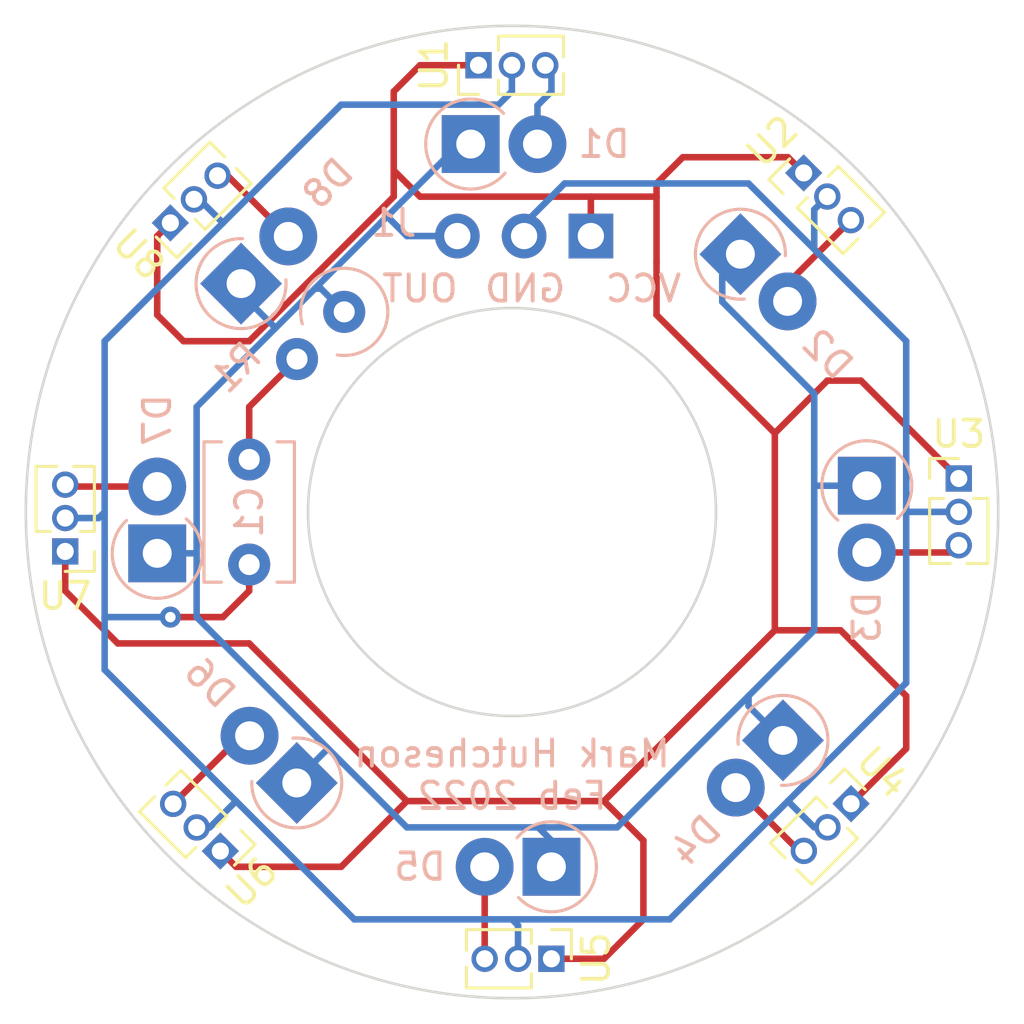
<source format=kicad_pcb>
(kicad_pcb (version 20211014) (generator pcbnew)
  (layers (0 "F.Cu" signal) (31 "B.Cu" signal) (34 "B.Paste" user) (35 "F.Paste" user) (36 "B.SilkS" user "B.Silkscreen") (37 "F.SilkS" user "F.Silkscreen") (38 "B.Mask" user) (39 "F.Mask" user) (44 "Edge.Cuts" user))
  (net 0 "")
  (net 1 "Net-(D1-Pad2)")
  (net 2 "Net-(D2-Pad2)")
  (net 3 "Net-(U3-Pad3)")
  (net 4 "Net-(D4-Pad2)")
  (net 5 "Net-(D5-Pad2)")
  (net 6 "Net-(D6-Pad2)")
  (net 7 "Net-(D7-Pad2)")
  (net 8 "Net-(U8-Pad3)")
  (net 9 "/OUT")
  (net 10 "/VCC")
  (net 11 "/GND")
  (net 12 "Net-(R1-Pad2)")
  (footprint "Connector_PinHeader_1.27mm:PinHeader_1x03_P1.27mm_Vertical" (layer "F.Cu") (at 143.725 58 90)
    (fp_text reference "U1" (at 0 -1.695 90) (layer "F.SilkS"))
    (fp_text value "SS49E")
    (fp_line (start 1.11 0.76) (end 1.11 3.235) (layer "F.SilkS") (width 0.12))
    (fp_line (start -1.11 0.76) (end -1.11 3.235) (layer "F.SilkS") (width 0.12))
    (fp_line (start -1.11 0) (end -1.11 -0.76) (layer "F.SilkS") (width 0.12))
    (fp_line (start -1.11 -0.76) (end 0 -0.76) (layer "F.SilkS") (width 0.12))
    (fp_line (start -1.11 3.235) (end -0.30753 3.235) (layer "F.SilkS") (width 0.12))
    (fp_line (start -1.11 0.76) (end -0.563471 0.76) (layer "F.SilkS") (width 0.12))
    (fp_line (start 0.30753 3.235) (end 1.11 3.235) (layer "F.SilkS") (width 0.12))
    (fp_line (start 0.563471 0.76) (end 1.11 0.76) (layer "F.SilkS") (width 0.12))
    (pad "1" thru_hole rect locked (at 0 0 90) (size 1 1) (drill 0.65) (layers *.Cu *.Mask) (net 10 "/VCC"))
    (pad "2" thru_hole oval locked (at 0 1.27 90) (size 1 1) (drill 0.65) (layers *.Cu *.Mask) (net 11 "/GND"))
    (pad "3" thru_hole oval locked (at 0 2.54 90) (size 1 1) (drill 0.65) (layers *.Cu *.Mask) (net 1 "Net-(D1-Pad2)"))
  )
  (footprint "Connector_PinHeader_1.27mm:PinHeader_1x03_P1.27mm_Vertical" (layer "F.Cu") (at 132 64 135)
    (fp_text reference "U8" (at 0 -1.695 135) (layer "F.SilkS"))
    (fp_text value "SS49E")
    (fp_line (start 1.11 0.76) (end 1.11 3.235) (layer "F.SilkS") (width 0.12))
    (fp_line (start -1.11 0) (end -1.11 -0.76) (layer "F.SilkS") (width 0.12))
    (fp_line (start 0.563471 0.76) (end 1.11 0.76) (layer "F.SilkS") (width 0.12))
    (fp_line (start -1.11 3.235) (end -0.30753 3.235) (layer "F.SilkS") (width 0.12))
    (fp_line (start -1.11 -0.76) (end 0 -0.76) (layer "F.SilkS") (width 0.12))
    (fp_line (start -1.11 0.76) (end -1.11 3.235) (layer "F.SilkS") (width 0.12))
    (fp_line (start 0.30753 3.235) (end 1.11 3.235) (layer "F.SilkS") (width 0.12))
    (fp_line (start -1.11 0.76) (end -0.563471 0.76) (layer "F.SilkS") (width 0.12))
    (pad "1" thru_hole rect locked (at 0 0 135) (size 1 1) (drill 0.65) (layers *.Cu *.Mask) (net 10 "/VCC"))
    (pad "2" thru_hole oval locked (at 0 1.27 135) (size 1 1) (drill 0.65) (layers *.Cu *.Mask) (net 11 "/GND"))
    (pad "3" thru_hole oval locked (at 0 2.54 135) (size 1 1) (drill 0.65) (layers *.Cu *.Mask) (net 8 "Net-(U8-Pad3)"))
  )
  (footprint "Connector_PinHeader_1.27mm:PinHeader_1x03_P1.27mm_Vertical" (layer "F.Cu") (at 133.901562 87.901562 -135)
    (fp_text reference "U6" (at 0 -1.695 45) (layer "F.SilkS"))
    (fp_text value "SS49E")
    (fp_line (start 0.563471 0.76) (end 1.11 0.76) (layer "F.SilkS") (width 0.12))
    (fp_line (start -1.11 3.235) (end -0.30753 3.235) (layer "F.SilkS") (width 0.12))
    (fp_line (start -1.11 0.76) (end -1.11 3.235) (layer "F.SilkS") (width 0.12))
    (fp_line (start 0.30753 3.235) (end 1.11 3.235) (layer "F.SilkS") (width 0.12))
    (fp_line (start -1.11 -0.76) (end 0 -0.76) (layer "F.SilkS") (width 0.12))
    (fp_line (start 1.11 0.76) (end 1.11 3.235) (layer "F.SilkS") (width 0.12))
    (fp_line (start -1.11 0) (end -1.11 -0.76) (layer "F.SilkS") (width 0.12))
    (fp_line (start -1.11 0.76) (end -0.563471 0.76) (layer "F.SilkS") (width 0.12))
    (pad "1" thru_hole rect locked (at 0 0 225) (size 1 1) (drill 0.65) (layers *.Cu *.Mask) (net 10 "/VCC"))
    (pad "2" thru_hole oval locked (at 0 1.27 225) (size 1 1) (drill 0.65) (layers *.Cu *.Mask) (net 11 "/GND"))
    (pad "3" thru_hole oval locked (at 0 2.54 225) (size 1 1) (drill 0.65) (layers *.Cu *.Mask) (net 6 "Net-(D6-Pad2)"))
  )
  (footprint "Connector_PinHeader_1.27mm:PinHeader_1x03_P1.27mm_Vertical" (layer "F.Cu") (at 162 73.725)
    (fp_text reference "U3" (at 0 -1.695) (layer "F.SilkS"))
    (fp_text value "SS49E")
    (fp_line (start -1.11 0.76) (end -0.563471 0.76) (layer "F.SilkS") (width 0.12))
    (fp_line (start 0.30753 3.235) (end 1.11 3.235) (layer "F.SilkS") (width 0.12))
    (fp_line (start -1.11 3.235) (end -0.30753 3.235) (layer "F.SilkS") (width 0.12))
    (fp_line (start -1.11 0.76) (end -1.11 3.235) (layer "F.SilkS") (width 0.12))
    (fp_line (start -1.11 -0.76) (end 0 -0.76) (layer "F.SilkS") (width 0.12))
    (fp_line (start -1.11 0) (end -1.11 -0.76) (layer "F.SilkS") (width 0.12))
    (fp_line (start 1.11 0.76) (end 1.11 3.235) (layer "F.SilkS") (width 0.12))
    (fp_line (start 0.563471 0.76) (end 1.11 0.76) (layer "F.SilkS") (width 0.12))
    (pad "1" thru_hole rect locked (at 0 0) (size 1 1) (drill 0.65) (layers *.Cu *.Mask) (net 10 "/VCC"))
    (pad "2" thru_hole oval locked (at 0 1.27) (size 1 1) (drill 0.65) (layers *.Cu *.Mask) (net 11 "/GND"))
    (pad "3" thru_hole oval locked (at 0 2.54) (size 1 1) (drill 0.65) (layers *.Cu *.Mask) (net 3 "Net-(U3-Pad3)"))
  )
  (footprint "Connector_PinHeader_1.27mm:PinHeader_1x03_P1.27mm_Vertical" (layer "F.Cu") (at 156.098439 62.098439 45)
    (fp_text reference "U2" (at 0 -1.695 45) (layer "F.SilkS"))
    (fp_text value "SS49E")
    (fp_line (start 1.11 0.76) (end 1.11 3.235) (layer "F.SilkS") (width 0.12))
    (fp_line (start -1.11 0.76) (end -1.11 3.235) (layer "F.SilkS") (width 0.12))
    (fp_line (start -1.11 -0.76) (end 0 -0.76) (layer "F.SilkS") (width 0.12))
    (fp_line (start -1.11 0) (end -1.11 -0.76) (layer "F.SilkS") (width 0.12))
    (fp_line (start -1.11 3.235) (end -0.30753 3.235) (layer "F.SilkS") (width 0.12))
    (fp_line (start 0.30753 3.235) (end 1.11 3.235) (layer "F.SilkS") (width 0.12))
    (fp_line (start 0.563471 0.76) (end 1.11 0.76) (layer "F.SilkS") (width 0.12))
    (fp_line (start -1.11 0.76) (end -0.563471 0.76) (layer "F.SilkS") (width 0.12))
    (pad "1" thru_hole rect locked (at 0 0 45) (size 1 1) (drill 0.65) (layers *.Cu *.Mask) (net 10 "/VCC"))
    (pad "2" thru_hole oval locked (at 0 1.27 45) (size 1 1) (drill 0.65) (layers *.Cu *.Mask) (net 11 "/GND"))
    (pad "3" thru_hole oval locked (at 0 2.54 45) (size 1 1) (drill 0.65) (layers *.Cu *.Mask) (net 2 "Net-(D2-Pad2)"))
  )
  (footprint "Connector_PinHeader_1.27mm:PinHeader_1x03_P1.27mm_Vertical" (layer "F.Cu") (at 146.5 92 -90)
    (fp_text reference "U5" (at 0 -1.695 90) (layer "F.SilkS"))
    (fp_text value "SS49E")
    (fp_line (start 1.11 0.76) (end 1.11 3.235) (layer "F.SilkS") (width 0.12))
    (fp_line (start -1.11 3.235) (end -0.30753 3.235) (layer "F.SilkS") (width 0.12))
    (fp_line (start -1.11 0.76) (end -1.11 3.235) (layer "F.SilkS") (width 0.12))
    (fp_line (start -1.11 0.76) (end -0.563471 0.76) (layer "F.SilkS") (width 0.12))
    (fp_line (start -1.11 -0.76) (end 0 -0.76) (layer "F.SilkS") (width 0.12))
    (fp_line (start 0.563471 0.76) (end 1.11 0.76) (layer "F.SilkS") (width 0.12))
    (fp_line (start 0.30753 3.235) (end 1.11 3.235) (layer "F.SilkS") (width 0.12))
    (fp_line (start -1.11 0) (end -1.11 -0.76) (layer "F.SilkS") (width 0.12))
    (pad "1" thru_hole rect locked (at 0 0 270) (size 1 1) (drill 0.65) (layers *.Cu *.Mask) (net 10 "/VCC"))
    (pad "2" thru_hole oval locked (at 0 1.27 270) (size 1 1) (drill 0.65) (layers *.Cu *.Mask) (net 11 "/GND"))
    (pad "3" thru_hole oval locked (at 0 2.54 270) (size 1 1) (drill 0.65) (layers *.Cu *.Mask) (net 5 "Net-(D5-Pad2)"))
  )
  (footprint "Connector_PinHeader_1.27mm:PinHeader_1x03_P1.27mm_Vertical" (layer "F.Cu") (at 157.901562 86.098439 -45)
    (fp_text reference "U4" (at 0 -1.695 135) (layer "F.SilkS"))
    (fp_text value "SS49E")
    (fp_line (start -1.11 0.76) (end -0.563471 0.76) (layer "F.SilkS") (width 0.12))
    (fp_line (start -1.11 0) (end -1.11 -0.76) (layer "F.SilkS") (width 0.12))
    (fp_line (start -1.11 3.235) (end -0.30753 3.235) (layer "F.SilkS") (width 0.12))
    (fp_line (start 0.30753 3.235) (end 1.11 3.235) (layer "F.SilkS") (width 0.12))
    (fp_line (start 1.11 0.76) (end 1.11 3.235) (layer "F.SilkS") (width 0.12))
    (fp_line (start -1.11 -0.76) (end 0 -0.76) (layer "F.SilkS") (width 0.12))
    (fp_line (start 0.563471 0.76) (end 1.11 0.76) (layer "F.SilkS") (width 0.12))
    (fp_line (start -1.11 0.76) (end -1.11 3.235) (layer "F.SilkS") (width 0.12))
    (pad "1" thru_hole rect locked (at 0 0 315) (size 1 1) (drill 0.65) (layers *.Cu *.Mask) (net 10 "/VCC"))
    (pad "2" thru_hole oval locked (at 0 1.27 315) (size 1 1) (drill 0.65) (layers *.Cu *.Mask) (net 11 "/GND"))
    (pad "3" thru_hole oval locked (at 0 2.54 315) (size 1 1) (drill 0.65) (layers *.Cu *.Mask) (net 4 "Net-(D4-Pad2)"))
  )
  (footprint "Connector_PinHeader_1.27mm:PinHeader_1x03_P1.27mm_Vertical" (layer "F.Cu") (at 128 76.5 180)
    (fp_text reference "U7" (at 0 -1.695) (layer "F.SilkS"))
    (fp_text value "SS49E")
    (fp_line (start 1.11 0.76) (end 1.11 3.235) (layer "F.SilkS") (width 0.12))
    (fp_line (start -1.11 0) (end -1.11 -0.76) (layer "F.SilkS") (width 0.12))
    (fp_line (start -1.11 -0.76) (end 0 -0.76) (layer "F.SilkS") (width 0.12))
    (fp_line (start -1.11 0.76) (end -0.563471 0.76) (layer "F.SilkS") (width 0.12))
    (fp_line (start 0.563471 0.76) (end 1.11 0.76) (layer "F.SilkS") (width 0.12))
    (fp_line (start -1.11 3.235) (end -0.30753 3.235) (layer "F.SilkS") (width 0.12))
    (fp_line (start -1.11 0.76) (end -1.11 3.235) (layer "F.SilkS") (width 0.12))
    (fp_line (start 0.30753 3.235) (end 1.11 3.235) (layer "F.SilkS") (width 0.12))
    (pad "1" thru_hole rect locked (at 0 0 180) (size 1 1) (drill 0.65) (layers *.Cu *.Mask) (net 10 "/VCC"))
    (pad "2" thru_hole oval locked (at 0 1.27 180) (size 1 1) (drill 0.65) (layers *.Cu *.Mask) (net 11 "/GND"))
    (pad "3" thru_hole oval locked (at 0 2.54 180) (size 1 1) (drill 0.65) (layers *.Cu *.Mask) (net 7 "Net-(D7-Pad2)"))
  )
  (footprint "Diode_THT:D_DO-41_SOD81_P2.54mm_Vertical_AnodeUp" (layer "B.Cu") (at 143.428234 61)
    (fp_text reference "D1" (at 5.071766 0) (layer "B.SilkS") (effects (justify mirror)))
    (fp_text value "1N5819")
    (fp_arc (start 1.311153 1.1) (mid -1.710877 0.044974) (end 1.251551 -1.167366) (layer "B.SilkS") (width 0.12))
    (pad "1" thru_hole rect locked (at 0 0) (size 2.2 2.2) (drill 1.1) (layers *.Cu *.Mask) (net 9 "/OUT"))
    (pad "2" thru_hole oval locked (at 2.54 0) (size 2.2 2.2) (drill 1.1) (layers *.Cu *.Mask) (net 1 "Net-(D1-Pad2)"))
  )
  (footprint "Connector_PinHeader_2.54mm:PinHeader_1x03_P2.54mm_Vertical" (layer "B.Cu") (at 148 64.5 90)
    (fp_text reference "J1" (at 0.5 -7.5) (layer "B.SilkS") (effects (justify mirror)))
    (fp_text value "Conn_01x03_Male")
    (pad "1" thru_hole rect (at 0 0 90) (size 1.7 1.7) (drill 1) (layers *.Cu *.Mask) (net 10 "/VCC"))
    (pad "2" thru_hole oval (at 0 -2.54 90) (size 1.7 1.7) (drill 1) (layers *.Cu *.Mask) (net 11 "/GND"))
    (pad "3" thru_hole oval (at 0 -5.08 90) (size 1.7 1.7) (drill 1) (layers *.Cu *.Mask) (net 9 "/OUT"))
  )
  (footprint "Diode_THT:D_DO-41_SOD81_P2.54mm_Vertical_AnodeUp" (layer "B.Cu") (at 134.690363 66.309637 45)
    (fp_text reference "D8" (at 5.034087 -0.353553 45) (layer "B.SilkS") (effects (justify mirror)))
    (fp_text value "1N5819")
    (fp_arc (start 1.311153 1.1) (mid -1.710877 0.044974) (end 1.251551 -1.167366) (layer "B.SilkS") (width 0.12))
    (pad "1" thru_hole rect locked (at 0 0 45) (size 2.2 2.2) (drill 1.1) (layers *.Cu *.Mask) (net 9 "/OUT"))
    (pad "2" thru_hole oval locked (at 2.54 0 45) (size 2.2 2.2) (drill 1.1) (layers *.Cu *.Mask) (net 8 "Net-(U8-Pad3)"))
  )
  (footprint "Diode_THT:D_DO-41_SOD81_P2.54mm_Vertical_AnodeUp" (layer "B.Cu") (at 131.5 76.571766 90)
    (fp_text reference "D7" (at 5.071766 0 90) (layer "B.SilkS") (effects (justify mirror)))
    (fp_text value "1N5819")
    (fp_arc (start 1.311153 1.1) (mid -1.710877 0.044974) (end 1.251551 -1.167366) (layer "B.SilkS") (width 0.12))
    (pad "1" thru_hole rect locked (at 0 0 90) (size 2.2 2.2) (drill 1.1) (layers *.Cu *.Mask) (net 9 "/OUT"))
    (pad "2" thru_hole oval locked (at 2.54 0 90) (size 2.2 2.2) (drill 1.1) (layers *.Cu *.Mask) (net 7 "Net-(D7-Pad2)"))
  )
  (footprint "Diode_THT:D_DO-41_SOD81_P2.54mm_Vertical_AnodeUp" (layer "B.Cu") (at 158.5 74 -90)
    (fp_text reference "D3" (at 5 0 90) (layer "B.SilkS") (effects (justify mirror)))
    (fp_text value "1N5819")
    (fp_arc (start 1.311153 1.1) (mid -1.710877 0.044974) (end 1.251551 -1.167366) (layer "B.SilkS") (width 0.12))
    (pad "1" thru_hole rect locked (at 0 0 270) (size 2.2 2.2) (drill 1.1) (layers *.Cu *.Mask) (net 9 "/OUT"))
    (pad "2" thru_hole oval locked (at 2.54 0 270) (size 2.2 2.2) (drill 1.1) (layers *.Cu *.Mask) (net 3 "Net-(U3-Pad3)"))
  )
  (footprint "Diode_THT:D_DO-41_SOD81_P2.54mm_Vertical_AnodeUp" (layer "B.Cu") (at 155.309637 83.690363 -135)
    (fp_text reference "D4" (at 5.034087 -0.353553 45) (layer "B.SilkS") (effects (justify mirror)))
    (fp_text value "1N5819")
    (fp_arc (start 1.311153 1.1) (mid -1.710877 0.044974) (end 1.251551 -1.167366) (layer "B.SilkS") (width 0.12))
    (pad "1" thru_hole rect locked (at 0 0 225) (size 2.2 2.2) (drill 1.1) (layers *.Cu *.Mask) (net 9 "/OUT"))
    (pad "2" thru_hole oval locked (at 2.54 0 225) (size 2.2 2.2) (drill 1.1) (layers *.Cu *.Mask) (net 4 "Net-(D4-Pad2)"))
  )
  (footprint "Resistor_THT:R_Axial_DIN0309_L9.0mm_D3.2mm_P2.54mm_Vertical" (layer "B.Cu") (at 138.615183 67.384817 -135)
    (fp_text reference "R1" (at 4.405534 1.414214 45) (layer "B.SilkS") (effects (justify mirror)))
    (fp_text value "12K")
    (fp_arc (start 1.453272 0.8) (mid -1.655812 0.101418) (end 1.344775 -0.97138) (layer "B.SilkS") (width 0.12))
    (pad "1" thru_hole circle locked (at 0 0 225) (size 1.6 1.6) (drill 0.8) (layers *.Cu *.Mask) (net 9 "/OUT"))
    (pad "2" thru_hole oval locked (at 2.54 0 225) (size 1.6 1.6) (drill 0.8) (layers *.Cu *.Mask) (net 12 "Net-(R1-Pad2)"))
  )
  (footprint "Capacitor_THT:C_Disc_D5.1mm_W3.2mm_P5.00mm" (layer "B.Cu") (at 135 77.5 90)
    (fp_text reference "C1" (at 2.5 0 270) (layer "B.SilkS") (effects (justify mirror)))
    (fp_text value "1Kp")
    (fp_line (start -0.17 1.721) (end 5.17 1.721) (layer "B.SilkS") (width 0.12))
    (fp_line (start -0.17 -1.055) (end -0.17 -1.721) (layer "B.SilkS") (width 0.12))
    (fp_line (start 5.17 -1.055) (end 5.17 -1.721) (layer "B.SilkS") (width 0.12))
    (fp_line (start -0.17 -1.721) (end 5.17 -1.721) (layer "B.SilkS") (width 0.12))
    (fp_line (start 5.17 1.721) (end 5.17 1.055) (layer "B.SilkS") (width 0.12))
    (fp_line (start -0.17 1.721) (end -0.17 1.055) (layer "B.SilkS") (width 0.12))
    (pad "1" thru_hole circle (at 0.5 0 90) (size 1.6 1.6) (drill 0.8) (layers *.Cu *.Mask) (net 11 "/GND"))
    (pad "2" thru_hole circle (at 4.5 0 90) (size 1.6 1.6) (drill 0.8) (layers *.Cu *.Mask) (net 12 "Net-(R1-Pad2)"))
  )
  (footprint "Diode_THT:D_DO-41_SOD81_P2.54mm_Vertical_AnodeUp" (layer "B.Cu") (at 153.690363 65.190363 -45)
    (fp_text reference "D2" (at 5.034087 0.353553 135) (layer "B.SilkS") (effects (justify mirror)))
    (fp_text value "1N5819")
    (fp_arc (start 1.311153 1.1) (mid -1.710877 0.044974) (end 1.251551 -1.167366) (layer "B.SilkS") (width 0.12))
    (pad "1" thru_hole rect locked (at 0 0 315) (size 2.2 2.2) (drill 1.1) (layers *.Cu *.Mask) (net 9 "/OUT"))
    (pad "2" thru_hole oval locked (at 2.54 0 315) (size 2.2 2.2) (drill 1.1) (layers *.Cu *.Mask) (net 2 "Net-(D2-Pad2)"))
  )
  (footprint "Diode_THT:D_DO-41_SOD81_P2.54mm_Vertical_AnodeUp" (layer "B.Cu") (at 146.5 88.5 180)
    (fp_text reference "D5" (at 5 0) (layer "B.SilkS") (effects (justify mirror)))
    (fp_text value "1N5819")
    (fp_arc (start 1.311153 1.1) (mid -1.710877 0.044974) (end 1.251551 -1.167366) (layer "B.SilkS") (width 0.12))
    (pad "1" thru_hole rect locked (at 0 0 180) (size 2.2 2.2) (drill 1.1) (layers *.Cu *.Mask) (net 9 "/OUT"))
    (pad "2" thru_hole oval locked (at 2.54 0 180) (size 2.2 2.2) (drill 1.1) (layers *.Cu *.Mask) (net 5 "Net-(D5-Pad2)"))
  )
  (footprint "Diode_THT:D_DO-41_SOD81_P2.54mm_Vertical_AnodeUp" (layer "B.Cu") (at 136.809637 85.309637 135)
    (fp_text reference "D6" (at 5.034087 0.353553 135) (layer "B.SilkS") (effects (justify mirror)))
    (fp_text value "1N5819")
    (fp_arc (start 1.311153 1.1) (mid -1.710877 0.044974) (end 1.251551 -1.167366) (layer "B.SilkS") (width 0.12))
    (pad "1" thru_hole rect locked (at 0 0 135) (size 2.2 2.2) (drill 1.1) (layers *.Cu *.Mask) (net 9 "/OUT"))
    (pad "2" thru_hole oval locked (at 2.54 0 135) (size 2.2 2.2) (drill 1.1) (layers *.Cu *.Mask) (net 6 "Net-(D6-Pad2)"))
  )
  (gr_circle (center 145 75) (end 137.5 73) (layer "Edge.Cuts") (width 0.1) (fill none))
  (gr_circle (center 145 75) (end 163.5 75) (layer "Edge.Cuts") (width 0.1) (fill none))
  (gr_text "Mark Hutcheson\nFeb 2022" (at 145 85) (layer "B.SilkS") (effects (font (size 1 1)) (justify mirror)))
  (gr_text "OUT" (at 141.5 66.5) (layer "B.SilkS") (effects (font (size 1 1)) (justify mirror)))
  (gr_text "GND\n" (at 145.5 66.5) (layer "B.SilkS") (effects (font (size 1 1)) (justify mirror)))
  (gr_text "VCC" (at 150 66.5) (layer "B.SilkS") (effects (font (size 1 1)) (justify mirror)))
  (segment (start 145.968234 59.531766) (end 146.5 59) (width 0.25) (layer "B.Cu") (net 1))
  (segment (start 146.5 59) (end 146.5 58.235) (width 0.25) (layer "B.Cu") (net 1))
  (segment (start 146.5 58.235) (end 146.265 58) (width 0.25) (layer "B.Cu") (net 1))
  (segment (start 145.968234 61) (end 145.968234 59.531766) (width 0.25) (layer "B.Cu") (net 1))
  (segment (start 155.486414 66.986414) (end 155.486414 66.302566) (width 0.25) (layer "F.Cu") (net 2))
  (segment (start 155.486414 66.302566) (end 157.89449 63.89449) (width 0.25) (layer "F.Cu") (net 2))
  (segment (start 161.725 76.54) (end 162 76.265) (width 0.25) (layer "F.Cu") (net 3))
  (segment (start 158.5 76.54) (end 161.725 76.54) (width 0.25) (layer "F.Cu") (net 3))
  (segment (start 155.921662 87.89449) (end 156.105511 87.89449) (width 0.25) (layer "F.Cu") (net 4))
  (segment (start 153.513586 85.486414) (end 155.921662 87.89449) (width 0.25) (layer "F.Cu") (net 4))
  (segment (start 143.96 88.5) (end 143.96 92) (width 0.25) (layer "F.Cu") (net 5))
  (segment (start 135.013586 83.513586) (end 134.697436 83.513586) (width 0.25) (layer "F.Cu") (net 6))
  (segment (start 134.697436 83.513586) (end 132.105511 86.105511) (width 0.25) (layer "F.Cu") (net 6))
  (segment (start 131.5 74.031766) (end 128.071766 74.031766) (width 0.25) (layer "F.Cu") (net 7))
  (segment (start 136.486414 64.513586) (end 134.176777 62.203949) (width 0.25) (layer "F.Cu") (net 8))
  (segment (start 134.176777 62.203949) (end 133.796051 62.203949) (width 0.25) (layer "F.Cu") (net 8))
  (segment (start 153 67) (end 153 65.880726) (width 0.25) (layer "B.Cu") (net 9))
  (segment (start 143.428234 61) (end 143 61) (width 0.25) (layer "B.Cu") (net 9))
  (segment (start 133 79) (end 133 71) (width 0.25) (layer "B.Cu") (net 9))
  (segment (start 153 65.880726) (end 153.690363 65.190363) (width 0.25) (layer "B.Cu") (net 9))
  (segment (start 143 61) (end 140 64) (width 0.25) (layer "B.Cu") (net 9))
  (segment (start 158.5 74) (end 156.5 74) (width 0.25) (layer "B.Cu") (net 9))
  (segment (start 137.5 66.5) (end 140 64) (width 0.25) (layer "B.Cu") (net 9))
  (segment (start 133 71) (end 136 68) (width 0.25) (layer "B.Cu") (net 9))
  (segment (start 138.615183 67.384817) (end 137.730366 66.5) (width 0.25) (layer "B.Cu") (net 9))
  (segment (start 155.309637 83.690363) (end 154 82.380726) (width 0.25) (layer "B.Cu") (net 9))
  (segment (start 136 68) (end 134.690363 66.690363) (width 0.25) (layer "B.Cu") (net 9))
  (segment (start 141 64.5) (end 142.92 64.5) (width 0.25) (layer "B.Cu") (net 9))
  (segment (start 136.809637 85.190363) (end 136.809637 85.309637) (width 0.25) (layer "B.Cu") (net 9))
  (segment (start 131.5 76.571766) (end 132.928234 76.571766) (width 0.25) (layer "B.Cu") (net 9))
  (segment (start 138 84) (end 133 79) (width 0.25) (layer "B.Cu") (net 9))
  (segment (start 136 68) (end 137.5 66.5) (width 0.25) (layer "B.Cu") (net 9))
  (segment (start 156.5 70.5) (end 156.5 74) (width 0.25) (layer "B.Cu") (net 9))
  (segment (start 140.25 63.75) (end 141 64.5) (width 0.25) (layer "B.Cu") (net 9))
  (segment (start 146.5 88.5) (end 146.5 87.5) (width 0.25) (layer "B.Cu") (net 9))
  (segment (start 154 82.380726) (end 154 82) (width 0.25) (layer "B.Cu") (net 9))
  (segment (start 140 64) (end 140.25 63.75) (width 0.25) (layer "B.Cu") (net 9))
  (segment (start 141 87) (end 138 84) (width 0.25) (layer "B.Cu") (net 9))
  (segment (start 146.5 87.5) (end 146 87) (width 0.25) (layer "B.Cu") (net 9))
  (segment (start 138 84) (end 136.809637 85.190363) (width 0.25) (layer "B.Cu") (net 9))
  (segment (start 149 87) (end 146 87) (width 0.25) (layer "B.Cu") (net 9))
  (segment (start 134.690363 66.690363) (end 134.690363 66.309637) (width 0.25) (layer "B.Cu") (net 9))
  (segment (start 154 82) (end 149 87) (width 0.25) (layer "B.Cu") (net 9))
  (segment (start 146 87) (end 141 87) (width 0.25) (layer "B.Cu") (net 9))
  (segment (start 156.5 74) (end 156.5 79.5) (width 0.25) (layer "B.Cu") (net 9))
  (segment (start 156.5 79.5) (end 154 82) (width 0.25) (layer "B.Cu") (net 9))
  (segment (start 137.730366 66.5) (end 137.5 66.5) (width 0.25) (layer "B.Cu") (net 9))
  (segment (start 156.5 70.5) (end 153 67) (width 0.25) (layer "B.Cu") (net 9))
  (segment (start 141.5 63) (end 148 63) (width 0.25) (layer "F.Cu") (net 10))
  (segment (start 155 79.5) (end 157.5 79.5) (width 0.25) (layer "F.Cu") (net 10))
  (segment (start 141 86) (end 148.5 86) (width 0.25) (layer "F.Cu") (net 10))
  (segment (start 155 72) (end 157 70) (width 0.25) (layer "F.Cu") (net 10))
  (segment (start 141.5 63) (end 141 62.5) (width 0.25) (layer "F.Cu") (net 10))
  (segment (start 150 87.5) (end 150 90.5) (width 0.25) (layer "F.Cu") (net 10))
  (segment (start 140.5 62) (end 140.5 59) (width 0.25) (layer "F.Cu") (net 10))
  (segment (start 150.5 65.5) (end 150.5 63) (width 0.25) (layer "F.Cu") (net 10))
  (segment (start 140.5 62) (end 140.5 63) (width 0.25) (layer "F.Cu") (net 10))
  (segment (start 141 86) (end 138.5 88.5) (width 0.25) (layer "F.Cu") (net 10))
  (segment (start 140.5 63) (end 135 68.5) (width 0.25) (layer "F.Cu") (net 10))
  (segment (start 157.5 79.5) (end 160 82) (width 0.25) (layer "F.Cu") (net 10))
  (segment (start 150.5 63) (end 150.5 62.5) (width 0.25) (layer "F.Cu") (net 10))
  (segment (start 150.5 62.5) (end 151.5 61.5) (width 0.25) (layer "F.Cu") (net 10))
  (segment (start 128 76.5) (end 128 78) (width 0.25) (layer "F.Cu") (net 10))
  (segment (start 150 90.5) (end 148.5 92) (width 0.25) (layer "F.Cu") (net 10))
  (segment (start 128 78) (end 130 80) (width 0.25) (layer "F.Cu") (net 10))
  (segment (start 130 80) (end 135 80) (width 0.25) (layer "F.Cu") (net 10))
  (segment (start 138.5 88.5) (end 134.5 88.5) (width 0.25) (layer "F.Cu") (net 10))
  (segment (start 148 63) (end 148 64.5) (width 0.25) (layer "F.Cu") (net 10))
  (segment (start 134.5 88.5) (end 133.901562 87.901562) (width 0.25) (layer "F.Cu") (net 10))
  (segment (start 148 63) (end 150.5 63) (width 0.25) (layer "F.Cu") (net 10))
  (segment (start 131.5 64.5) (end 132 64) (width 0.25) (layer "F.Cu") (net 10))
  (segment (start 158.275 70) (end 162 73.725) (width 0.25) (layer "F.Cu") (net 10))
  (segment (start 155 79.5) (end 155 72) (width 0.25) (layer "F.Cu") (net 10))
  (segment (start 141.5 58) (end 143.725 58) (width 0.25) (layer "F.Cu") (net 10))
  (segment (start 151.5 61.5) (end 155.5 61.5) (width 0.25) (layer "F.Cu") (net 10))
  (segment (start 131.5 67.5) (end 131.5 64.5) (width 0.25) (layer "F.Cu") (net 10))
  (segment (start 135 68.5) (end 132.5 68.5) (width 0.25) (layer "F.Cu") (net 10))
  (segment (start 157 70) (end 158.275 70) (width 0.25) (layer "F.Cu") (net 10))
  (segment (start 148.5 92) (end 146.5 92) (width 0.25) (layer "F.Cu") (net 10))
  (segment (start 155.5 61.5) (end 156.098439 62.098439) (width 0.25) (layer "F.Cu") (net 10))
  (segment (start 160 84.000001) (end 157.901562 86.098439) (width 0.25) (layer "F.Cu") (net 10))
  (segment (start 132.5 68.5) (end 131.5 67.5) (width 0.25) (layer "F.Cu") (net 10))
  (segment (start 160 82) (end 160 84.000001) (width 0.25) (layer "F.Cu") (net 10))
  (segment (start 148.5 86) (end 155 79.5) (width 0.25) (layer "F.Cu") (net 10))
  (segment (start 150.5 67.5) (end 150.5 65.5) (width 0.25) (layer "F.Cu") (net 10))
  (segment (start 141 62.5) (end 140.5 62) (width 0.25) (layer "F.Cu") (net 10))
  (segment (start 135 80) (end 141 86) (width 0.25) (layer "F.Cu") (net 10))
  (segment (start 155 72) (end 150.5 67.5) (width 0.25) (layer "F.Cu") (net 10))
  (segment (start 148.5 86) (end 150 87.5) (width 0.25) (layer "F.Cu") (net 10))
  (segment (start 140.5 59) (end 141.5 58) (width 0.25) (layer "F.Cu") (net 10))
  (segment (start 134 79) (end 132 79) (width 0.25) (layer "F.Cu") (net 11))
  (segment (start 135 78) (end 134 79) (width 0.25) (layer "F.Cu") (net 11))
  (segment (start 135 78) (end 135 77) (width 0.25) (layer "F.Cu") (net 11))
  (via (at 132 79) (size 0.8) (drill 0.4) (layers "F.Cu" "B.Cu") (net 11))
  (segment (start 129.5 75) (end 129.5 79) (width 0.25) (layer "B.Cu") (net 11))
  (segment (start 147 62.5) (end 145.46 64.04) (width 0.25) (layer "B.Cu") (net 11))
  (segment (start 155.5 86) (end 160 81.5) (width 0.25) (layer "B.Cu") (net 11))
  (segment (start 133.101974 63.101974) (end 132.898026 63.101974) (width 0.25) (layer "B.Cu") (net 11))
  (segment (start 145.23 92) (end 145.23 90.73) (width 0.25) (layer "B.Cu") (net 11))
  (segment (start 160 75) (end 160 68.5) (width 0.25) (layer "B.Cu") (net 11))
  (segment (start 129.5 81) (end 134.5 86) (width 0.25) (layer "B.Cu") (net 11))
  (segment (start 134.5 86) (end 133.496464 87.003536) (width 0.25) (layer "B.Cu") (net 11))
  (segment (start 139 90.5) (end 145 90.5) (width 0.25) (layer "B.Cu") (net 11))
  (segment (start 132 79) (end 129.5 79) (width 0.25) (layer "B.Cu") (net 11))
  (segment (start 160 81.5) (end 160 75) (width 0.25) (layer "B.Cu") (net 11))
  (segment (start 151 90.5) (end 155.5 86) (width 0.25) (layer "B.Cu") (net 11))
  (segment (start 162 74.995) (end 160.005 74.995) (width 0.25) (layer "B.Cu") (net 11))
  (segment (start 129.27 75.23) (end 129.5 75) (width 0.25) (layer "B.Cu") (net 11))
  (segment (start 160 68.5) (end 154 62.5) (width 0.25) (layer "B.Cu") (net 11))
  (segment (start 129.5 68.5) (end 129.5 75) (width 0.25) (layer "B.Cu") (net 11))
  (segment (start 155.5 86) (end 156.496465 86.996465) (width 0.25) (layer "B.Cu") (net 11))
  (segment (start 144.49 59.5) (end 138.5 59.5) (width 0.25) (layer "B.Cu") (net 11))
  (segment (start 129.5 79) (end 129.5 81) (width 0.25) (layer "B.Cu") (net 11))
  (segment (start 134.5 86) (end 139 90.5) (width 0.25) (layer "B.Cu") (net 11))
  (segment (start 156.496465 86.996465) (end 157.003536 86.996465) (width 0.25) (layer "B.Cu") (net 11))
  (segment (start 138.5 59.5) (end 134 64) (width 0.25) (layer "B.Cu") (net 11))
  (segment (start 134 64) (end 133.101974 63.101974) (width 0.25) (layer "B.Cu") (net 11))
  (segment (start 144.995 58) (end 144.995 58.995) (width 0.25) (layer "B.Cu") (net 11))
  (segment (start 156.5 65) (end 156.5 63.49293) (width 0.25) (layer "B.Cu") (net 11))
  (segment (start 156.5 63.49293) (end 156.996465 62.996465) (width 0.25) (layer "B.Cu") (net 11))
  (segment (start 133.496464 87.003536) (end 133.003536 87.003536) (width 0.25) (layer "B.Cu") (net 11))
  (segment (start 128 75.23) (end 129.27 75.23) (width 0.25) (layer "B.Cu") (net 11))
  (segment (start 145.46 64.04) (end 145.46 64.5) (width 0.25) (layer "B.Cu") (net 11))
  (segment (start 160.005 74.995) (end 160 75) (width 0.25) (layer "B.Cu") (net 11))
  (segment (start 134 64) (end 129.5 68.5) (width 0.25) (layer "B.Cu") (net 11))
  (segment (start 145.23 90.73) (end 145 90.5) (width 0.25) (layer "B.Cu") (net 11))
  (segment (start 145 90.5) (end 151 90.5) (width 0.25) (layer "B.Cu") (net 11))
  (segment (start 154 62.5) (end 147 62.5) (width 0.25) (layer "B.Cu") (net 11))
  (segment (start 144.995 58.995) (end 144.49 59.5) (width 0.25) (layer "B.Cu") (net 11))
  (segment (start 135 71) (end 135 73) (width 0.25) (layer "F.Cu") (net 12))
  (segment (start 136.819132 69.180868) (end 135 71) (width 0.25) (layer "F.Cu") (net 12))
)
</source>
